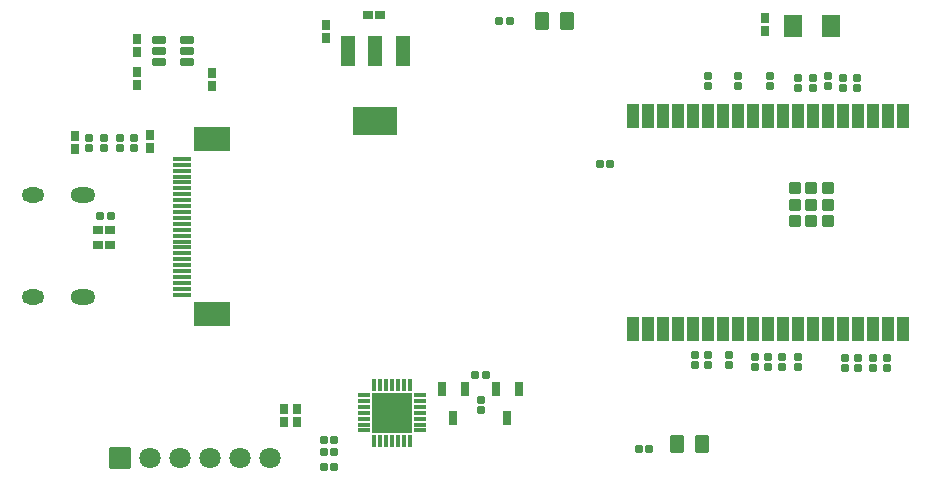
<source format=gts>
G04 Layer: TopSolderMaskLayer*
G04 EasyEDA v6.5.22, 2023-04-19 21:06:07*
G04 0b1144c6aaf7448fb0b14bab58411d50,0a61cb7f7b51421fbede6d33e3e5ec82,10*
G04 Gerber Generator version 0.2*
G04 Scale: 100 percent, Rotated: No, Reflected: No *
G04 Dimensions in inches *
G04 leading zeros omitted , absolute positions ,3 integer and 6 decimal *
%FSLAX36Y36*%
%MOIN*%

%AMMACRO1*1,1,$1,$2,$3*1,1,$1,$4,$5*1,1,$1,0-$2,0-$3*1,1,$1,0-$4,0-$5*20,1,$1,$2,$3,$4,$5,0*20,1,$1,$4,$5,0-$2,0-$3,0*20,1,$1,0-$2,0-$3,0-$4,0-$5,0*20,1,$1,0-$4,0-$5,$2,$3,0*4,1,4,$2,$3,$4,$5,0-$2,0-$3,0-$4,0-$5,$2,$3,0*%
%ADD10MACRO1,0.004X0.0197X-0.0275X-0.0197X-0.0275*%
%ADD11MACRO1,0.004X-0.0111X-0.0106X-0.0111X0.0106*%
%ADD12MACRO1,0.004X0.0111X-0.0106X0.0111X0.0106*%
%ADD13MACRO1,0.004X-0.0106X0.0156X0.0106X0.0156*%
%ADD14MACRO1,0.004X-0.0106X-0.0156X0.0106X-0.0156*%
%ADD15MACRO1,0.004X-0.0156X-0.0106X-0.0156X0.0106*%
%ADD16MACRO1,0.004X0.0156X-0.0106X0.0156X0.0106*%
%ADD17MACRO1,0.004X0.0106X-0.0156X-0.0106X-0.0156*%
%ADD18MACRO1,0.004X0.0106X0.0156X-0.0106X0.0156*%
%ADD19MACRO1,0.004X0.0156X0.0106X0.0156X-0.0106*%
%ADD20MACRO1,0.004X-0.0156X0.0106X-0.0156X-0.0106*%
%ADD21MACRO1,0.004X-0.0292X-0.034X-0.0292X0.034*%
%ADD22MACRO1,0.004X0.0292X-0.034X0.0292X0.034*%
%ADD23MACRO1,0.004X-0.0335X0.0335X0.0335X0.0335*%
%ADD24C,0.0709*%
%ADD25MACRO1,0.004X0.0295X0.0059X0.0295X-0.0059*%
%ADD26MACRO1,0.004X0.0591X0.0394X0.0591X-0.0394*%
%ADD27MACRO1,0.004X-0.0591X-0.0394X-0.0591X0.0394*%
%ADD28MACRO1,0.004X-0.0118X-0.0211X-0.0118X0.0211*%
%ADD29MACRO1,0.004X0.0111X0.0106X0.0111X-0.0106*%
%ADD30MACRO1,0.004X-0.0111X0.0106X-0.0111X-0.0106*%
%ADD31MACRO1,0.004X-0.0106X0.0111X0.0106X0.0111*%
%ADD32MACRO1,0.004X-0.0106X-0.0111X0.0106X-0.0111*%
%ADD33MACRO1,0.004X0.0106X-0.0111X-0.0106X-0.0111*%
%ADD34MACRO1,0.004X0.0106X0.0111X-0.0106X0.0111*%
%ADD35MACRO1,0.004X0.0177X0.0394X0.0177X-0.0394*%
%ADD36MACRO1,0.004X0.0177X0.0177X0.0177X-0.0177*%
%ADD37MACRO1,0.004X-0.0217X-0.0492X-0.0217X0.0492*%
%ADD38MACRO1,0.004X-0.0709X0.0461X0.0709X0.0461*%
%ADD39MACRO1,0.004X-0.0178X0.0055X0.0178X0.0055*%
%ADD40MACRO1,0.004X-0.0055X0.0178X0.0055X0.0178*%
%ADD41MACRO1,0.004X-0.0659X0.0659X0.0659X0.0659*%
%ADD42MACRO1,0.004X-0.0211X-0.0105X-0.0211X0.0105*%
%ADD43O,0.074866X0.051244000000000005*%
%ADD44O,0.08274000000000001X0.051244000000000005*%
%ADD45O,0.014X0.051244000000000005*%

%LPD*%
D10*
G01*
X2020649Y2617000D03*
G01*
X2103350Y2617000D03*
G01*
X2470649Y1207000D03*
G01*
X2553350Y1207000D03*
D11*
G01*
X1912040Y2615000D03*
D12*
G01*
X1877959Y2615000D03*
D11*
G01*
X2377040Y1190000D03*
D12*
G01*
X2342959Y1190000D03*
D13*
G01*
X1205000Y1278541D03*
D14*
G01*
X1205000Y1321458D03*
D15*
G01*
X581458Y1920000D03*
D16*
G01*
X538541Y1920000D03*
D13*
G01*
X465000Y2188541D03*
D14*
G01*
X465000Y2231459D03*
D17*
G01*
X2765000Y2626459D03*
D18*
G01*
X2765000Y2583541D03*
D13*
G01*
X1300000Y2558541D03*
D14*
G01*
X1300000Y2601459D03*
D19*
G01*
X1438540Y2635000D03*
D20*
G01*
X1481459Y2635000D03*
D13*
G01*
X1160000Y1278541D03*
D14*
G01*
X1160000Y1321458D03*
D13*
G01*
X670000Y2403541D03*
D14*
G01*
X670000Y2446459D03*
D17*
G01*
X670000Y2556459D03*
D18*
G01*
X670000Y2513541D03*
D17*
G01*
X920000Y2441459D03*
D18*
G01*
X920000Y2398541D03*
D13*
G01*
X715000Y2193541D03*
D14*
G01*
X715000Y2236459D03*
D15*
G01*
X581458Y1870000D03*
D16*
G01*
X538541Y1870000D03*
D21*
G01*
X2982696Y2600000D03*
D22*
G01*
X2857303Y2600000D03*
D23*
G01*
X615000Y1160000D03*
D24*
G01*
X715000Y1160000D03*
G01*
X815000Y1160000D03*
G01*
X915000Y1160000D03*
G01*
X1015000Y1160000D03*
G01*
X1115000Y1160000D03*
D25*
G01*
X820783Y2156179D03*
G01*
X820783Y2136510D03*
G01*
X820783Y2116830D03*
G01*
X820783Y2097139D03*
G01*
X820783Y2077460D03*
G01*
X820783Y2057770D03*
G01*
X820783Y2038089D03*
G01*
X820783Y2018399D03*
G01*
X820783Y1998720D03*
G01*
X820783Y1979030D03*
G01*
X820783Y1959349D03*
G01*
X820783Y1939659D03*
G01*
X820783Y1919980D03*
G01*
X820783Y1900290D03*
G01*
X820783Y1880760D03*
G01*
X820783Y1860944D03*
G01*
X820788Y1841245D03*
G01*
X820783Y1821575D03*
G01*
X820783Y1801895D03*
G01*
X820783Y1782124D03*
G01*
X820783Y1762425D03*
G01*
X820783Y1742754D03*
G01*
X820783Y1723055D03*
G01*
X820783Y1703365D03*
D26*
G01*
X919205Y2221369D03*
D27*
G01*
X919209Y1638620D03*
D28*
G01*
X1762399Y1388622D03*
G01*
X1687600Y1388622D03*
G01*
X1725000Y1291377D03*
G01*
X1942399Y1388622D03*
G01*
X1867600Y1388622D03*
G01*
X1905000Y1291377D03*
D29*
G01*
X1292959Y1130000D03*
D30*
G01*
X1327040Y1130000D03*
D11*
G01*
X1327040Y1220000D03*
D12*
G01*
X1292959Y1220000D03*
D11*
G01*
X1327040Y1180000D03*
D12*
G01*
X1292959Y1180000D03*
D31*
G01*
X3075000Y1457959D03*
D32*
G01*
X3075000Y1492040D03*
D31*
G01*
X3030000Y1457959D03*
D32*
G01*
X3030000Y1492040D03*
D29*
G01*
X1797959Y1435000D03*
D30*
G01*
X1832040Y1435000D03*
D33*
G01*
X1815999Y1352040D03*
D34*
G01*
X1815999Y1317959D03*
D31*
G01*
X2775000Y1462959D03*
D32*
G01*
X2775000Y1497040D03*
D31*
G01*
X3125000Y1457959D03*
D32*
G01*
X3125000Y1492040D03*
D31*
G01*
X2730000Y1462959D03*
D32*
G01*
X2730000Y1497040D03*
D33*
G01*
X2675000Y2432040D03*
D34*
G01*
X2675000Y2397959D03*
D31*
G01*
X2645000Y1467959D03*
D32*
G01*
X2645000Y1502040D03*
D33*
G01*
X2780000Y2432040D03*
D34*
G01*
X2780000Y2397959D03*
D33*
G01*
X2925000Y2427040D03*
D34*
G01*
X2925000Y2392959D03*
D33*
G01*
X2975000Y2432040D03*
D34*
G01*
X2975000Y2397959D03*
D33*
G01*
X3025000Y2427040D03*
D34*
G01*
X3025000Y2392959D03*
D31*
G01*
X2875000Y1462959D03*
D32*
G01*
X2875000Y1497040D03*
D33*
G01*
X2575000Y2432040D03*
D34*
G01*
X2575000Y2397959D03*
D33*
G01*
X3070000Y2427040D03*
D34*
G01*
X3070000Y2392959D03*
D33*
G01*
X2875000Y2427040D03*
D34*
G01*
X2875000Y2392959D03*
D29*
G01*
X2212959Y2140000D03*
D30*
G01*
X2247040Y2140000D03*
D31*
G01*
X2820000Y1462959D03*
D32*
G01*
X2820000Y1497040D03*
D31*
G01*
X3170000Y1457959D03*
D32*
G01*
X3170000Y1492040D03*
D11*
G01*
X582040Y1965000D03*
D12*
G01*
X547959Y1965000D03*
D31*
G01*
X660000Y2192959D03*
D32*
G01*
X660000Y2227040D03*
D31*
G01*
X560000Y2192959D03*
D32*
G01*
X560000Y2227040D03*
D31*
G01*
X615000Y2192959D03*
D32*
G01*
X615000Y2227040D03*
D31*
G01*
X510000Y2192959D03*
D32*
G01*
X510000Y2227040D03*
D31*
G01*
X2575000Y1467959D03*
D32*
G01*
X2575000Y1502040D03*
D31*
G01*
X2530000Y1467959D03*
D32*
G01*
X2530000Y1502040D03*
D35*
G01*
X3225005Y2299327D03*
G01*
X3175005Y2299327D03*
G01*
X3125005Y2299327D03*
G01*
X3075005Y2299327D03*
G01*
X3025005Y2299327D03*
G01*
X2975005Y2299327D03*
G01*
X2925005Y2299327D03*
G01*
X2875005Y2299327D03*
G01*
X2825005Y2299327D03*
G01*
X2775005Y2299327D03*
G01*
X2725005Y2299327D03*
G01*
X2675005Y2299327D03*
G01*
X2625005Y2299327D03*
G01*
X2575005Y2299327D03*
G01*
X2525005Y2299327D03*
G01*
X2475005Y2299327D03*
G01*
X2425005Y2299327D03*
G01*
X2375005Y2299327D03*
G01*
X2325005Y2299327D03*
G01*
X2325005Y1590670D03*
G01*
X2375005Y1590670D03*
G01*
X2425005Y1590670D03*
G01*
X2475005Y1590670D03*
G01*
X2525005Y1590670D03*
G01*
X2575005Y1590670D03*
G01*
X2625005Y1590670D03*
G01*
X2675005Y1590670D03*
G01*
X2725005Y1590670D03*
G01*
X2775005Y1590670D03*
G01*
X2825005Y1590670D03*
G01*
X2875005Y1590670D03*
G01*
X2925005Y1590670D03*
G01*
X2975005Y1590670D03*
G01*
X3025005Y1590670D03*
G01*
X3075005Y1590670D03*
G01*
X3125005Y1590670D03*
G01*
X3175005Y1590670D03*
G01*
X3225005Y1590670D03*
D36*
G01*
X2917525Y2004049D03*
G01*
X2917525Y2058978D03*
G01*
X2917525Y1949132D03*
G01*
X2972442Y2058977D03*
G01*
X2972442Y2004050D03*
G01*
X2972442Y1949133D03*
G01*
X2862608Y2058978D03*
G01*
X2862607Y2004049D03*
G01*
X2862608Y1949132D03*
D37*
G01*
X1555550Y2516926D03*
G01*
X1465000Y2516926D03*
G01*
X1374449Y2516926D03*
D38*
G01*
X1465000Y2283070D03*
D39*
G01*
X1426400Y1369049D03*
G01*
X1426400Y1349369D03*
G01*
X1426400Y1329680D03*
G01*
X1426400Y1310000D03*
G01*
X1426400Y1290309D03*
G01*
X1426400Y1270630D03*
G01*
X1426400Y1250940D03*
D40*
G01*
X1460950Y1216399D03*
G01*
X1480630Y1216399D03*
G01*
X1500320Y1216399D03*
G01*
X1520000Y1216399D03*
G01*
X1539690Y1216399D03*
G01*
X1559369Y1216399D03*
G01*
X1579059Y1216399D03*
D39*
G01*
X1613599Y1250940D03*
G01*
X1613599Y1270630D03*
G01*
X1613599Y1290309D03*
G01*
X1613599Y1310000D03*
G01*
X1613599Y1329680D03*
G01*
X1613599Y1349369D03*
G01*
X1613599Y1369049D03*
D40*
G01*
X1579059Y1403600D03*
G01*
X1559369Y1403600D03*
G01*
X1539690Y1403600D03*
G01*
X1520000Y1403600D03*
G01*
X1500320Y1403600D03*
G01*
X1480630Y1403600D03*
G01*
X1460950Y1403600D03*
D41*
G01*
X1520000Y1310000D03*
D42*
G01*
X835240Y2477600D03*
G01*
X835240Y2515000D03*
G01*
X835240Y2552400D03*
G01*
X744759Y2552400D03*
G01*
X744759Y2515000D03*
G01*
X744759Y2477600D03*
D43*
G01*
X324920Y1694920D03*
G01*
X324920Y2035079D03*
D44*
G01*
X489490Y2035079D03*
G01*
X489490Y1694920D03*
M02*

</source>
